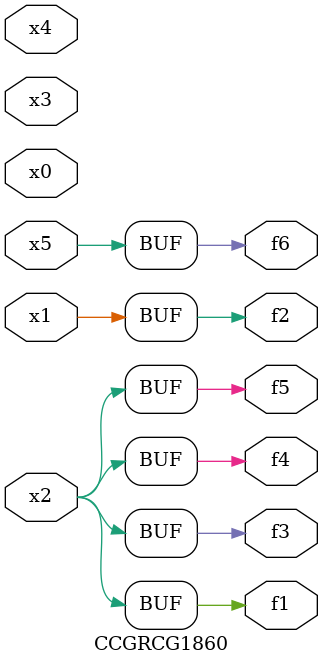
<source format=v>
module CCGRCG1860(
	input x0, x1, x2, x3, x4, x5,
	output f1, f2, f3, f4, f5, f6
);
	assign f1 = x2;
	assign f2 = x1;
	assign f3 = x2;
	assign f4 = x2;
	assign f5 = x2;
	assign f6 = x5;
endmodule

</source>
